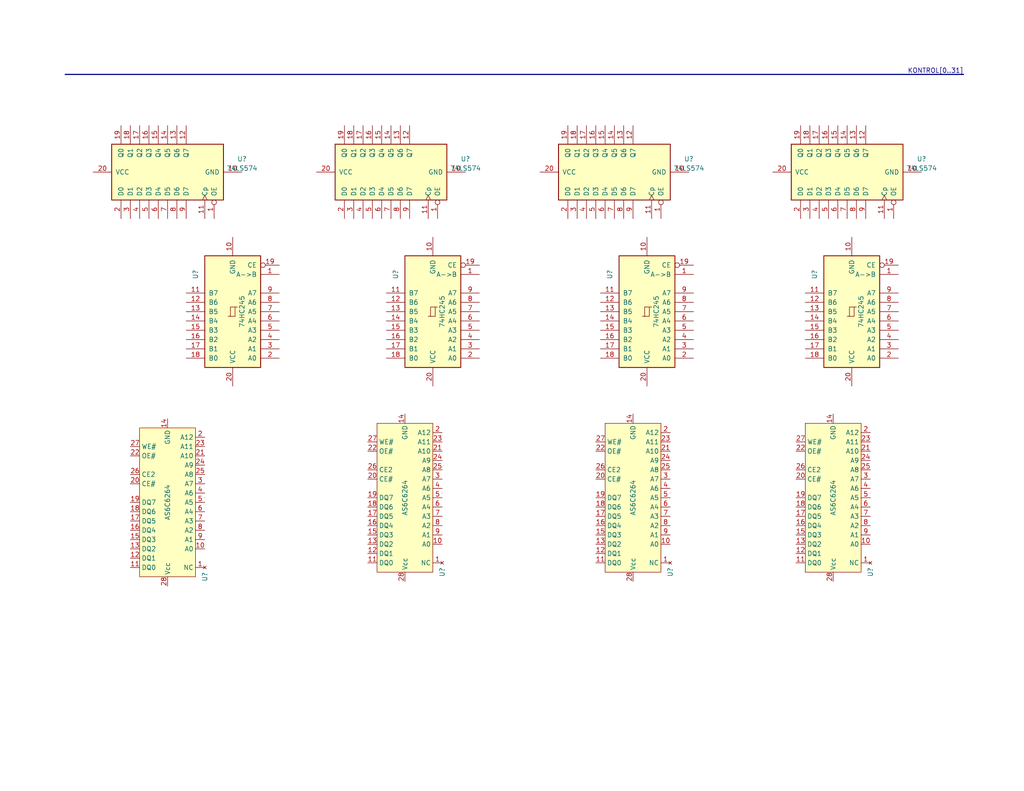
<source format=kicad_sch>
(kicad_sch (version 20211123) (generator eeschema)
  (paper "USLetter")
  (title_block (title "Microcode Engine") (date "2022-07-04"))
  (lib_symbols
    (symbol "74xx:74HC245" (pin_names (offset 1.016))
      (property "Reference" "U" (at -7.62 16.51 0))
      (property "Value" "74HC245" (at -7.62 -16.51 0))
      (symbol "74HC245_1_0"
        (polyline (pts (xy -0.635 -1.27) (xy -0.635 1.27) (xy 0.635 1.27)))
        (polyline (pts (xy -1.27 -1.27) (xy 0.635 -1.27) (xy 0.635 1.27) (xy 1.27 1.27)))
        (pin input line (at -12.7 -10.16 0) (length 5.08) (name "A->B") (number "1"))
        (pin power_in line (at 0 -20.32 90) (length 5.08) (name "GND") (number "10"))
        (pin tri_state line (at 12.7 -5.08 180) (length 5.08) (name "B7") (number "11"))
        (pin tri_state line (at 12.7 -2.54 180) (length 5.08) (name "B6") (number "12"))
        (pin tri_state line (at 12.7 0 180) (length 5.08) (name "B5") (number "13"))
        (pin tri_state line (at 12.7 2.54 180) (length 5.08) (name "B4") (number "14"))
        (pin tri_state line (at 12.7 5.08 180) (length 5.08) (name "B3") (number "15"))
        (pin tri_state line (at 12.7 7.62 180) (length 5.08) (name "B2") (number "16"))
        (pin tri_state line (at 12.7 10.16 180) (length 5.08) (name "B1") (number "17"))
        (pin tri_state line (at 12.7 12.7 180) (length 5.08) (name "B0") (number "18"))
        (pin input inverted (at -12.7 -12.7 0) (length 5.08) (name "CE") (number "19"))
        (pin tri_state line (at -12.7 12.7 0) (length 5.08) (name "A0") (number "2"))
        (pin power_in line (at 0 20.32 270) (length 5.08) (name "VCC") (number "20"))
        (pin tri_state line (at -12.7 10.16 0) (length 5.08) (name "A1") (number "3"))
        (pin tri_state line (at -12.7 7.62 0) (length 5.08) (name "A2") (number "4"))
        (pin tri_state line (at -12.7 5.08 0) (length 5.08) (name "A3") (number "5"))
        (pin tri_state line (at -12.7 2.54 0) (length 5.08) (name "A4") (number "6"))
        (pin tri_state line (at -12.7 0 0) (length 5.08) (name "A5") (number "7"))
        (pin tri_state line (at -12.7 -2.54 0) (length 5.08) (name "A6") (number "8"))
        (pin tri_state line (at -12.7 -5.08 0) (length 5.08) (name "A7") (number "9"))
      )
      (symbol "74HC245_1_1"
        (rectangle (start -7.62 15.24) (end 7.62 -15.24) (stroke (width 0.254)) (fill (type background)))
      )
    )
    (symbol "74xx:74LS574" (pin_names (offset 1.016))
      (property "Reference" "U" (at -7.62 16.51 0))
      (property "Value" "74LS574" (at -7.62 -16.51 0))
      (symbol "74LS574_1_0"
        (pin input inverted (at -12.7 -12.7 0) (length 5.08) (name "OE") (number "1"))
        (pin power_in line (at 0 -20.32 90) (length 5.08) (name "GND") (number "10"))
        (pin input clock (at -12.7 -10.16 0) (length 5.08) (name "Cp") (number "11"))
        (pin tri_state line (at 12.7 -5.08 180) (length 5.08) (name "Q7") (number "12"))
        (pin tri_state line (at 12.7 -2.54 180) (length 5.08) (name "Q6") (number "13"))
        (pin tri_state line (at 12.7 0 180) (length 5.08) (name "Q5") (number "14"))
        (pin tri_state line (at 12.7 2.54 180) (length 5.08) (name "Q4") (number "15"))
        (pin tri_state line (at 12.7 5.08 180) (length 5.08) (name "Q3") (number "16"))
        (pin tri_state line (at 12.7 7.62 180) (length 5.08) (name "Q2") (number "17"))
        (pin tri_state line (at 12.7 10.16 180) (length 5.08) (name "Q1") (number "18"))
        (pin tri_state line (at 12.7 12.7 180) (length 5.08) (name "Q0") (number "19"))
        (pin input line (at -12.7 12.7 0) (length 5.08) (name "D0") (number "2"))
        (pin power_in line (at 0 20.32 270) (length 5.08) (name "VCC") (number "20"))
        (pin input line (at -12.7 10.16 0) (length 5.08) (name "D1") (number "3"))
        (pin input line (at -12.7 7.62 0) (length 5.08) (name "D2") (number "4"))
        (pin input line (at -12.7 5.08 0) (length 5.08) (name "D3") (number "5"))
        (pin input line (at -12.7 2.54 0) (length 5.08) (name "D4") (number "6"))
        (pin input line (at -12.7 0 0) (length 5.08) (name "D5") (number "7"))
        (pin input line (at -12.7 -2.54 0) (length 5.08) (name "D6") (number "8"))
        (pin input line (at -12.7 -5.08 0) (length 5.08) (name "D7") (number "9"))
      )
      (symbol "74LS574_1_1"
        (rectangle (start -7.62 15.24) (end 7.62 -15.24) (stroke (width 0.254)) (fill (type background)))
      )
    )
    (symbol "pdxjjb:AS6C6264"
      (property "Reference" "U" (at -2.54 15.24 0))
      (property "Value" "AS6C6264" (at 0 5.08 90))
      (symbol "AS6C6264_0_1"
        (rectangle (start -10.16 3.81) (end -10.16 3.81))
        (rectangle (start -7.62 25.4) (end 7.62 -15.24) (fill (type background)))
      )
      (symbol "AS6C6264_1_1"
        (pin no_connect line (at -10.16 22.86 0) (length 2.54) (name "NC") (number "1"))
        (pin input line (at -10.16 17.78 0) (length 2.54) (name "A0") (number "10"))
        (pin tri_state line (at 10.16 22.86 180) (length 2.54) (name "DQ0") (number "11"))
        (pin tri_state line (at 10.16 20.32 180) (length 2.54) (name "DQ1") (number "12"))
        (pin tri_state line (at 10.16 17.78 180) (length 2.54) (name "DQ2") (number "13"))
        (pin power_in line (at 0 -17.78 90) (length 2.54) (name "GND") (number "14"))
        (pin tri_state line (at 10.16 15.24 180) (length 2.54) (name "DQ3") (number "15"))
        (pin tri_state line (at 10.16 12.7 180) (length 2.54) (name "DQ4") (number "16"))
        (pin tri_state line (at 10.16 10.16 180) (length 2.54) (name "DQ5") (number "17"))
        (pin tri_state line (at 10.16 7.62 180) (length 2.54) (name "DQ6") (number "18"))
        (pin tri_state line (at 10.16 5.08 180) (length 2.54) (name "DQ7") (number "19"))
        (pin input line (at -10.16 -12.7 0) (length 2.54) (name "A12") (number "2"))
        (pin input line (at 10.16 0 180) (length 2.54) (name "CE#") (number "20"))
        (pin input line (at -10.16 -7.62 0) (length 2.54) (name "A10") (number "21"))
        (pin input line (at 10.16 -7.62 180) (length 2.54) (name "OE#") (number "22"))
        (pin input line (at -10.16 -10.16 0) (length 2.54) (name "A11") (number "23"))
        (pin input line (at -10.16 -5.08 0) (length 2.54) (name "A9") (number "24"))
        (pin input line (at -10.16 -2.54 0) (length 2.54) (name "A8") (number "25"))
        (pin input line (at 10.16 -2.54 180) (length 2.54) (name "CE2") (number "26"))
        (pin input line (at 10.16 -10.16 180) (length 2.54) (name "WE#") (number "27"))
        (pin power_in line (at 0 27.94 270) (length 2.54) (name "Vcc") (number "28"))
        (pin input line (at -10.16 0 0) (length 2.54) (name "A7") (number "3"))
        (pin input line (at -10.16 2.54 0) (length 2.54) (name "A6") (number "4"))
        (pin input line (at -10.16 5.08 0) (length 2.54) (name "A5") (number "5"))
        (pin input line (at -10.16 7.62 0) (length 2.54) (name "A4") (number "6"))
        (pin input line (at -10.16 10.16 0) (length 2.54) (name "A3") (number "7"))
        (pin input line (at -10.16 12.7 0) (length 2.54) (name "A2") (number "8"))
        (pin input line (at -10.16 15.24 0) (length 2.54) (name "A1") (number "9"))
      )
    )
  )
  (bus (pts (xy 17.78 20.32) (xy 262.89 20.32)))
  (label "KONTROL[0..31]" (at 247.65 20.32 0))
  (symbol (lib_id "74xx:74LS574") (at 106.68 46.99 90) (unit 1)
    (property "Reference" "U?" (at 127 43.4086 90))
    (property "Value" "74LS574" (at 127 45.9486 90))
    (property "Datasheet" "http://www.ti.com/lit/gpn/sn74LS574" (effects hide))
  )
  (symbol (lib_id "pdxjjb:AS6C6264") (at 110.49 130.81 180) (unit 1)
    (property "Reference" "U?" (at 120.65 156.21 90))
    (property "Value" "AS6C6264" (at 110.49 135.89 90))
  )
  (symbol (lib_id "74xx:74HC245") (at 63.5 85.09 180) (unit 1)
    (property "Reference" "U?" (at 53.34 74.93 90))
    (property "Value" "74HC245" (at 66.04 85.09 90))
    (property "Datasheet" "http://www.ti.com/lit/gpn/sn74HC245" (effects hide))
  )
  (symbol (lib_id "74xx:74LS574") (at 231.14 46.99 90) (unit 1)
    (property "Reference" "U?" (at 251.46 43.4086 90))
    (property "Value" "74LS574" (at 251.46 45.9486 90))
    (property "Datasheet" "http://www.ti.com/lit/gpn/sn74LS574" (effects hide))
  )
  (symbol (lib_id "pdxjjb:AS6C6264") (at 45.72 132.08 180) (unit 1)
    (property "Reference" "U?" (at 55.88 157.48 90))
    (property "Value" "AS6C6264" (at 45.72 137.16 90))
  )
  (symbol (lib_id "74xx:74LS574") (at 45.72 46.99 90) (unit 1)
    (property "Reference" "U?" (at 66.04 43.4086 90))
    (property "Value" "74LS574" (at 66.04 45.9486 90))
    (property "Datasheet" "http://www.ti.com/lit/gpn/sn74LS574" (effects hide))
  )
  (symbol (lib_id "74xx:74LS574") (at 167.64 46.99 90) (unit 1)
    (property "Reference" "U?" (at 187.96 43.4086 90))
    (property "Value" "74LS574" (at 187.96 45.9486 90))
    (property "Datasheet" "http://www.ti.com/lit/gpn/sn74LS574" (effects hide))
  )
  (symbol (lib_id "pdxjjb:AS6C6264") (at 172.72 130.81 180) (unit 1)
    (property "Reference" "U?" (at 182.88 156.21 90))
    (property "Value" "AS6C6264" (at 172.72 135.89 90))
  )
  (symbol (lib_id "74xx:74HC245") (at 118.11 85.09 180) (unit 1)
    (property "Reference" "U?" (at 107.95 74.93 90))
    (property "Value" "74HC245" (at 120.65 85.09 90))
    (property "Datasheet" "http://www.ti.com/lit/gpn/sn74HC245" (effects hide))
  )
  (symbol (lib_id "74xx:74HC245") (at 232.41 85.09 180) (unit 1)
    (property "Reference" "U?" (at 222.25 74.93 90))
    (property "Value" "74HC245" (at 234.95 85.09 90))
    (property "Datasheet" "http://www.ti.com/lit/gpn/sn74HC245" (effects hide))
  )
  (symbol (lib_id "pdxjjb:AS6C6264") (at 227.33 130.81 180) (unit 1)
    (property "Reference" "U?" (at 237.49 156.21 90))
    (property "Value" "AS6C6264" (at 227.33 135.89 90))
  )
  (symbol (lib_id "74xx:74HC245") (at 176.53 85.09 180) (unit 1)
    (property "Reference" "U?" (at 166.37 74.93 90))
    (property "Value" "74HC245" (at 179.07 85.09 90))
    (property "Datasheet" "http://www.ti.com/lit/gpn/sn74HC245" (effects hide))
  )
)
</source>
